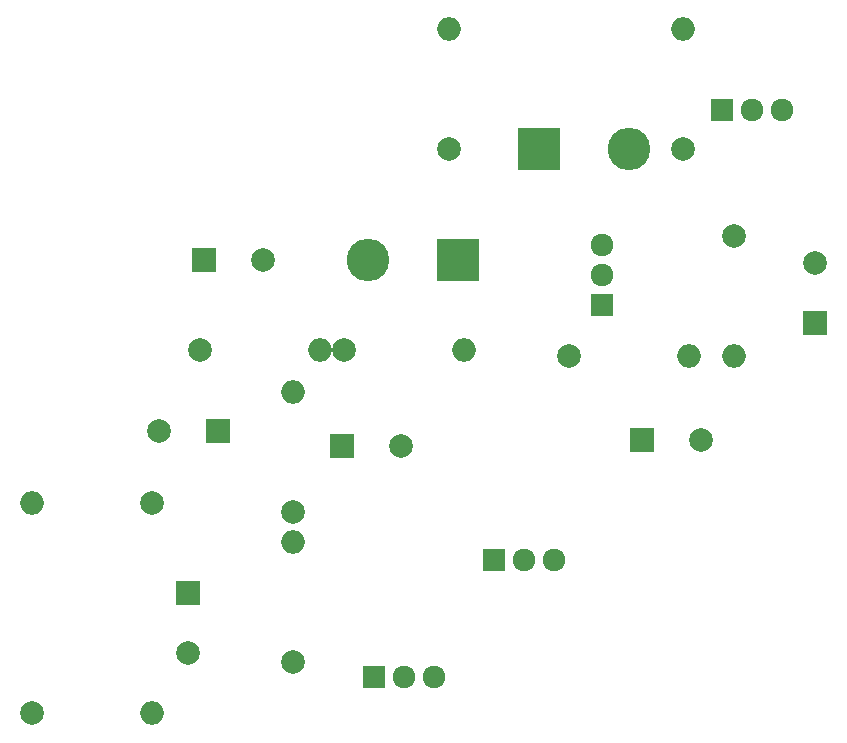
<source format=gbr>
G04 #@! TF.FileFunction,Soldermask,Bot*
%FSLAX46Y46*%
G04 Gerber Fmt 4.6, Leading zero omitted, Abs format (unit mm)*
G04 Created by KiCad (PCBNEW 4.0.5) date 06/16/17 00:38:59*
%MOMM*%
%LPD*%
G01*
G04 APERTURE LIST*
%ADD10C,0.100000*%
%ADD11C,1.920000*%
%ADD12R,1.920000X1.920000*%
%ADD13R,2.000000X2.000000*%
%ADD14C,2.000000*%
%ADD15R,3.600000X3.600000*%
%ADD16O,3.600000X3.600000*%
%ADD17O,2.000000X2.000000*%
G04 APERTURE END LIST*
D10*
D11*
X111760000Y-105918000D03*
X111760000Y-103378000D03*
D12*
X111760000Y-108458000D03*
D13*
X78058000Y-104648000D03*
D14*
X83058000Y-104648000D03*
D13*
X76708000Y-132842000D03*
D14*
X76708000Y-137842000D03*
D13*
X89742000Y-120396000D03*
D14*
X94742000Y-120396000D03*
D13*
X79248000Y-119126000D03*
D14*
X74248000Y-119126000D03*
D13*
X115142000Y-119888000D03*
D14*
X120142000Y-119888000D03*
D13*
X129794000Y-109902000D03*
D14*
X129794000Y-104902000D03*
D15*
X99568000Y-104648000D03*
D16*
X91948000Y-104648000D03*
D15*
X106426000Y-95250000D03*
D16*
X114046000Y-95250000D03*
D11*
X94996000Y-139954000D03*
X97536000Y-139954000D03*
D12*
X92456000Y-139954000D03*
D11*
X105156000Y-130048000D03*
X107696000Y-130048000D03*
D12*
X102616000Y-130048000D03*
D11*
X124460000Y-91948000D03*
X127000000Y-91948000D03*
D12*
X121920000Y-91948000D03*
D14*
X63500000Y-143002000D03*
D17*
X73660000Y-143002000D03*
D14*
X73660000Y-125222000D03*
D17*
X63500000Y-125222000D03*
D14*
X85598000Y-138684000D03*
D17*
X85598000Y-128524000D03*
D14*
X85598000Y-125984000D03*
D17*
X85598000Y-115824000D03*
D14*
X98806000Y-95250000D03*
D17*
X98806000Y-85090000D03*
D14*
X77724000Y-112268000D03*
D17*
X87884000Y-112268000D03*
D14*
X89916000Y-112268000D03*
D17*
X100076000Y-112268000D03*
D14*
X118618000Y-95250000D03*
D17*
X118618000Y-85090000D03*
D14*
X122936000Y-102616000D03*
D17*
X122936000Y-112776000D03*
D14*
X108966000Y-112776000D03*
D17*
X119126000Y-112776000D03*
M02*

</source>
